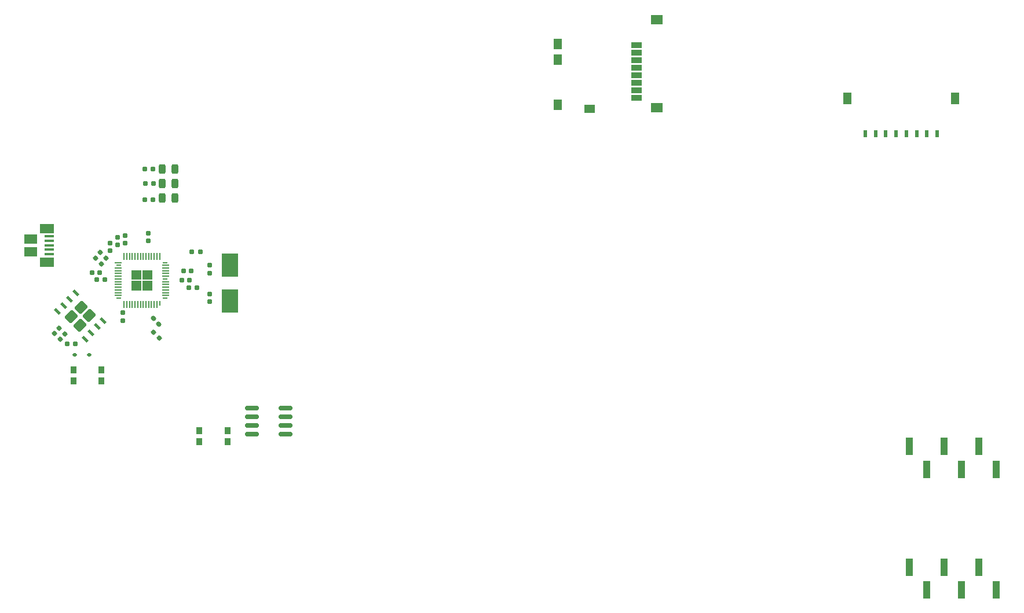
<source format=gbr>
%TF.GenerationSoftware,KiCad,Pcbnew,8.0.5-1.fc40*%
%TF.CreationDate,2024-10-23T10:10:35-04:00*%
%TF.ProjectId,payload_board,7061796c-6f61-4645-9f62-6f6172642e6b,rev?*%
%TF.SameCoordinates,Original*%
%TF.FileFunction,Paste,Top*%
%TF.FilePolarity,Positive*%
%FSLAX46Y46*%
G04 Gerber Fmt 4.6, Leading zero omitted, Abs format (unit mm)*
G04 Created by KiCad (PCBNEW 8.0.5-1.fc40) date 2024-10-23 10:10:35*
%MOMM*%
%LPD*%
G01*
G04 APERTURE LIST*
G04 Aperture macros list*
%AMRoundRect*
0 Rectangle with rounded corners*
0 $1 Rounding radius*
0 $2 $3 $4 $5 $6 $7 $8 $9 X,Y pos of 4 corners*
0 Add a 4 corners polygon primitive as box body*
4,1,4,$2,$3,$4,$5,$6,$7,$8,$9,$2,$3,0*
0 Add four circle primitives for the rounded corners*
1,1,$1+$1,$2,$3*
1,1,$1+$1,$4,$5*
1,1,$1+$1,$6,$7*
1,1,$1+$1,$8,$9*
0 Add four rect primitives between the rounded corners*
20,1,$1+$1,$2,$3,$4,$5,0*
20,1,$1+$1,$4,$5,$6,$7,0*
20,1,$1+$1,$6,$7,$8,$9,0*
20,1,$1+$1,$8,$9,$2,$3,0*%
G04 Aperture macros list end*
%ADD10C,0.000000*%
%ADD11RoundRect,0.155000X0.212500X0.155000X-0.212500X0.155000X-0.212500X-0.155000X0.212500X-0.155000X0*%
%ADD12R,0.177800X1.002800*%
%ADD13R,0.188898X1.002800*%
%ADD14R,0.177800X0.752800*%
%ADD15R,0.752800X0.177800*%
%ADD16R,1.002800X0.177800*%
%ADD17R,1.002800X0.188900*%
%ADD18R,0.752800X0.188900*%
%ADD19R,0.188900X1.002800*%
%ADD20R,0.752800X0.177796*%
%ADD21RoundRect,0.155000X-0.212500X-0.155000X0.212500X-0.155000X0.212500X0.155000X-0.212500X0.155000X0*%
%ADD22RoundRect,0.155000X-0.155000X0.212500X-0.155000X-0.212500X0.155000X-0.212500X0.155000X0.212500X0*%
%ADD23RoundRect,0.160000X-0.197500X-0.160000X0.197500X-0.160000X0.197500X0.160000X-0.197500X0.160000X0*%
%ADD24RoundRect,0.160000X0.197500X0.160000X-0.197500X0.160000X-0.197500X-0.160000X0.197500X-0.160000X0*%
%ADD25RoundRect,0.160000X0.252791X-0.026517X-0.026517X0.252791X-0.252791X0.026517X0.026517X-0.252791X0*%
%ADD26RoundRect,0.155000X0.155000X-0.212500X0.155000X0.212500X-0.155000X0.212500X-0.155000X-0.212500X0*%
%ADD27RoundRect,0.243750X0.243750X0.456250X-0.243750X0.456250X-0.243750X-0.456250X0.243750X-0.456250X0*%
%ADD28R,0.600000X1.000000*%
%ADD29R,1.250000X1.800000*%
%ADD30RoundRect,0.160000X-0.252791X0.026517X0.026517X-0.252791X0.252791X-0.026517X-0.026517X0.252791X0*%
%ADD31R,1.000000X2.510000*%
%ADD32RoundRect,0.250000X0.700036X0.084853X0.084853X0.700036X-0.700036X-0.084853X-0.084853X-0.700036X0*%
%ADD33RoundRect,0.112500X0.362392X-0.203293X-0.203293X0.362392X-0.362392X0.203293X0.203293X-0.362392X0*%
%ADD34RoundRect,0.112500X0.187500X0.112500X-0.187500X0.112500X-0.187500X-0.112500X0.187500X-0.112500X0*%
%ADD35R,2.400000X3.500000*%
%ADD36RoundRect,0.150000X0.825000X0.150000X-0.825000X0.150000X-0.825000X-0.150000X0.825000X-0.150000X0*%
%ADD37R,0.900000X1.000000*%
%ADD38RoundRect,0.155000X-0.259862X0.040659X0.040659X-0.259862X0.259862X-0.040659X-0.040659X0.259862X0*%
%ADD39R,1.380000X0.450000*%
%ADD40R,2.100000X1.475000*%
%ADD41R,1.900000X1.375000*%
%ADD42R,1.498600X0.812800*%
%ADD43R,1.498600X1.143000*%
%ADD44R,1.143000X1.498600*%
%ADD45R,1.701800X1.397000*%
G04 APERTURE END LIST*
D10*
%TO.C,IC1*%
G36*
X30816400Y-81550000D02*
G01*
X29416200Y-81550000D01*
X29416200Y-80149800D01*
X30816400Y-80149800D01*
X30816400Y-81550000D01*
G37*
G36*
X30816400Y-83150200D02*
G01*
X29416200Y-83150200D01*
X29416200Y-81750000D01*
X30816400Y-81750000D01*
X30816400Y-83150200D01*
G37*
G36*
X32416600Y-81550000D02*
G01*
X31016400Y-81550000D01*
X31016400Y-80149800D01*
X32416600Y-80149800D01*
X32416600Y-81550000D01*
G37*
G36*
X32416600Y-83150200D02*
G01*
X31016400Y-83150200D01*
X31016400Y-81750000D01*
X32416600Y-81750000D01*
X32416600Y-83150200D01*
G37*
%TD*%
D11*
%TO.C,C8*%
X24777500Y-80540000D03*
X23642500Y-80540000D03*
%TD*%
D12*
%TO.C,IC1*%
X28316400Y-85148600D03*
X28716399Y-85148600D03*
X29116401Y-85148600D03*
X29516400Y-85148600D03*
X29916399Y-85148600D03*
D13*
X30321951Y-85148600D03*
D12*
X30716400Y-85148600D03*
X31116400Y-85148600D03*
X31516399Y-85148600D03*
X31916401Y-85148600D03*
X32316400Y-85148600D03*
X32716399Y-85148600D03*
X33116401Y-85148600D03*
D14*
X33516400Y-85023600D03*
D15*
X34290000Y-84250000D03*
D16*
X34415000Y-83850001D03*
X34415000Y-83449999D03*
D17*
X34415000Y-83055550D03*
D16*
X34415000Y-82650001D03*
X34415000Y-82249999D03*
X34415000Y-81850000D03*
D15*
X34290000Y-81450000D03*
D16*
X34415000Y-81050001D03*
X34415000Y-80649999D03*
X34415000Y-80250000D03*
X34415000Y-79850001D03*
X34415000Y-79449999D03*
D18*
X34290000Y-79055550D03*
D12*
X33516400Y-78151400D03*
X33116401Y-78151400D03*
X32716399Y-78151400D03*
D19*
X32321950Y-78151400D03*
D12*
X31916401Y-78151400D03*
X31516399Y-78151400D03*
X31116400Y-78151400D03*
X30716400Y-78151400D03*
X30316401Y-78151400D03*
X29916399Y-78151400D03*
X29516400Y-78151400D03*
X29116401Y-78151400D03*
X28716399Y-78151400D03*
D19*
X28321950Y-78151400D03*
D16*
X27417800Y-79050000D03*
D15*
X27542800Y-79449999D03*
D16*
X27417800Y-79850001D03*
X27417800Y-80250000D03*
X27417800Y-80649999D03*
X27417800Y-81050001D03*
X27417800Y-81450000D03*
X27417800Y-81850000D03*
X27417800Y-82249999D03*
X27417800Y-82650001D03*
X27417800Y-83050000D03*
X27417800Y-83449999D03*
X27417800Y-83850001D03*
D20*
X27542800Y-84249998D03*
%TD*%
D21*
%TO.C,C10*%
X36762500Y-81640000D03*
X37897500Y-81640000D03*
%TD*%
D22*
%TO.C,C2*%
X40870000Y-79462500D03*
X40870000Y-80597500D03*
%TD*%
D23*
%TO.C,R7*%
X20027500Y-90975000D03*
X21222500Y-90975000D03*
%TD*%
D24*
%TO.C,R10*%
X32517500Y-69850000D03*
X31322500Y-69850000D03*
%TD*%
D25*
%TO.C,R5*%
X25667496Y-78397496D03*
X24822504Y-77552504D03*
%TD*%
D26*
%TO.C,C7*%
X31850000Y-75907500D03*
X31850000Y-74772500D03*
%TD*%
D27*
%TO.C,D2*%
X35747500Y-69570000D03*
X33872500Y-69570000D03*
%TD*%
D28*
%TO.C,J1*%
X147178484Y-60238501D03*
X145678484Y-60238501D03*
X144178485Y-60238501D03*
X142678483Y-60238501D03*
X141178483Y-60238501D03*
X139678484Y-60238501D03*
X138178484Y-60238501D03*
X136678485Y-60238501D03*
D29*
X149783483Y-55048501D03*
X134073486Y-55048501D03*
%TD*%
D27*
%TO.C,D3*%
X35767500Y-67490000D03*
X33892500Y-67490000D03*
%TD*%
D30*
%TO.C,R3*%
X18850632Y-88670632D03*
X19695624Y-89515624D03*
%TD*%
D11*
%TO.C,C4*%
X38159500Y-80264000D03*
X37024500Y-80264000D03*
%TD*%
D31*
%TO.C,JP1*%
X143130000Y-123610000D03*
X145670000Y-126920000D03*
X148210000Y-123610000D03*
X150750000Y-126920000D03*
X153290000Y-123610000D03*
X155830000Y-126920000D03*
%TD*%
D32*
%TO.C,U1*%
X21835786Y-88189214D03*
X23250000Y-86775000D03*
X20633704Y-86987132D03*
X22047918Y-85572918D03*
D33*
X22601229Y-90234520D03*
X23499255Y-89336494D03*
X24397280Y-88438469D03*
X25295306Y-87540443D03*
X21282475Y-83527612D03*
X20384449Y-84425638D03*
X19486424Y-85323663D03*
X18588398Y-86221689D03*
%TD*%
D34*
%TO.C,D1*%
X23210000Y-92560000D03*
X21110000Y-92560000D03*
%TD*%
D21*
%TO.C,C5*%
X24362500Y-81580000D03*
X25497500Y-81580000D03*
%TD*%
D31*
%TO.C,JP2*%
X143151300Y-105965000D03*
X145691300Y-109275000D03*
X148231300Y-105965000D03*
X150771300Y-109275000D03*
X153311300Y-105965000D03*
X155851300Y-109275000D03*
%TD*%
D30*
%TO.C,R6*%
X24122504Y-78402504D03*
X24967496Y-79247496D03*
%TD*%
D27*
%TO.C,D4*%
X35777500Y-65390000D03*
X33902500Y-65390000D03*
%TD*%
D22*
%TO.C,C14*%
X26300000Y-76212500D03*
X26300000Y-77347500D03*
%TD*%
D24*
%TO.C,R2*%
X38967500Y-82730000D03*
X37772500Y-82730000D03*
%TD*%
D26*
%TO.C,C1*%
X40860000Y-84767500D03*
X40860000Y-83632500D03*
%TD*%
D35*
%TO.C,Y1*%
X43770000Y-79440000D03*
X43770000Y-84640000D03*
%TD*%
D24*
%TO.C,R12*%
X32510000Y-65360000D03*
X31315000Y-65360000D03*
%TD*%
D26*
%TO.C,C15*%
X28500000Y-76227500D03*
X28500000Y-75092500D03*
%TD*%
D24*
%TO.C,R1*%
X39445000Y-77500000D03*
X38250000Y-77500000D03*
%TD*%
D36*
%TO.C,U2*%
X51945000Y-104170000D03*
X51945000Y-102900000D03*
X51945000Y-101630000D03*
X51945000Y-100360000D03*
X46995000Y-100360000D03*
X46995000Y-101630000D03*
X46995000Y-102900000D03*
X46995000Y-104170000D03*
%TD*%
D37*
%TO.C,SW2*%
X39330000Y-103670000D03*
X43430000Y-103670000D03*
X39330000Y-105270000D03*
X43430000Y-105270000D03*
%TD*%
D38*
%TO.C,C11*%
X32618717Y-87228717D03*
X33421283Y-88031283D03*
%TD*%
D39*
%TO.C,J7*%
X17360000Y-77817500D03*
X17360000Y-77167500D03*
X17360000Y-76517500D03*
X17360000Y-75867500D03*
X17360000Y-75217500D03*
D40*
X17000000Y-74055000D03*
D41*
X14700000Y-75580000D03*
X14700000Y-77455000D03*
D40*
X17000000Y-78980000D03*
%TD*%
D42*
%TO.C,J12*%
X103262151Y-47253300D03*
X103262151Y-48353301D03*
X103262151Y-49453301D03*
X103262151Y-50553299D03*
X103262151Y-51653299D03*
X103262151Y-52753299D03*
X103262151Y-53853300D03*
X103262151Y-54953300D03*
D43*
X96412152Y-56528301D03*
D44*
X91687150Y-49353299D03*
D45*
X106162150Y-43503300D03*
X106162150Y-56403300D03*
D44*
X91687150Y-47053301D03*
X91687149Y-55953301D03*
%TD*%
D24*
%TO.C,R11*%
X32597500Y-67470000D03*
X31402500Y-67470000D03*
%TD*%
D22*
%TO.C,C6*%
X27340000Y-75362500D03*
X27340000Y-76497500D03*
%TD*%
%TO.C,C9*%
X28125000Y-86382500D03*
X28125000Y-87517500D03*
%TD*%
D25*
%TO.C,R4*%
X18950000Y-90240000D03*
X18105008Y-89395008D03*
%TD*%
D37*
%TO.C,SW1*%
X20940000Y-94750000D03*
X25040000Y-94750000D03*
X20940000Y-96350000D03*
X25040000Y-96350000D03*
%TD*%
D25*
%TO.C,R8*%
X33442496Y-90084496D03*
X32597504Y-89239504D03*
%TD*%
M02*

</source>
